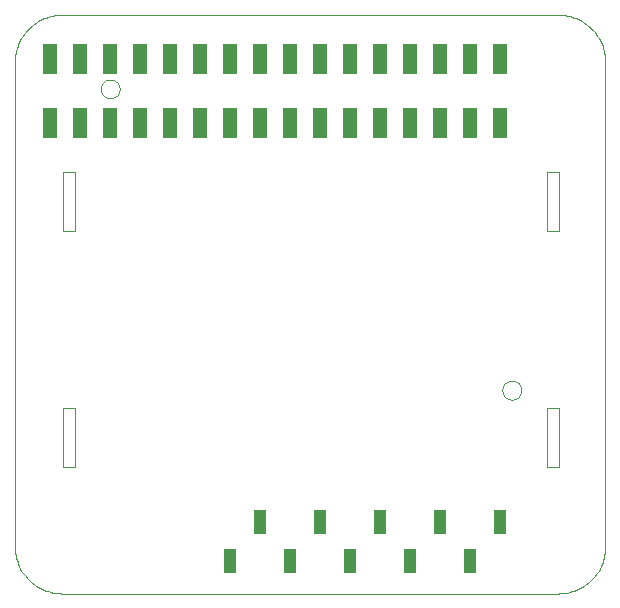
<source format=gbp>
G75*
G70*
%OFA0B0*%
%FSLAX24Y24*%
%IPPOS*%
%LPD*%
%AMOC8*
5,1,8,0,0,1.08239X$1,22.5*
%
%ADD10R,0.0394X0.0787*%
%ADD11R,0.0500X0.1000*%
%ADD12C,0.0000*%
D10*
X012607Y001600D03*
X014607Y001600D03*
X013607Y002900D03*
X015607Y002900D03*
X017607Y002900D03*
X016607Y001600D03*
X018607Y001600D03*
X020607Y001600D03*
X019607Y002900D03*
X021607Y002900D03*
D11*
X021607Y016175D03*
X020607Y016175D03*
X019607Y016175D03*
X018607Y016175D03*
X017607Y016175D03*
X016607Y016175D03*
X015607Y016175D03*
X014607Y016175D03*
X013607Y016175D03*
X012607Y016175D03*
X011607Y016175D03*
X010607Y016175D03*
X009607Y016175D03*
X008607Y016175D03*
X007607Y016175D03*
X006607Y016175D03*
X006607Y018325D03*
X007607Y018325D03*
X008607Y018325D03*
X009607Y018325D03*
X010607Y018325D03*
X011607Y018325D03*
X012607Y018325D03*
X013607Y018325D03*
X014607Y018325D03*
X015607Y018325D03*
X016607Y018325D03*
X017607Y018325D03*
X018607Y018325D03*
X019607Y018325D03*
X020607Y018325D03*
X021607Y018325D03*
D12*
X005418Y018217D02*
X005418Y002075D01*
X005420Y001998D01*
X005426Y001921D01*
X005435Y001844D01*
X005448Y001768D01*
X005465Y001692D01*
X005486Y001618D01*
X005510Y001544D01*
X005538Y001472D01*
X005569Y001402D01*
X005604Y001333D01*
X005642Y001265D01*
X005683Y001200D01*
X005728Y001137D01*
X005776Y001076D01*
X005826Y001017D01*
X005879Y000961D01*
X005935Y000908D01*
X005994Y000858D01*
X006055Y000810D01*
X006118Y000765D01*
X006183Y000724D01*
X006251Y000686D01*
X006320Y000651D01*
X006390Y000620D01*
X006462Y000592D01*
X006536Y000568D01*
X006610Y000547D01*
X006686Y000530D01*
X006762Y000517D01*
X006839Y000508D01*
X006916Y000502D01*
X006993Y000500D01*
X023528Y000500D01*
X023605Y000502D01*
X023682Y000508D01*
X023759Y000517D01*
X023835Y000530D01*
X023911Y000547D01*
X023985Y000568D01*
X024059Y000592D01*
X024131Y000620D01*
X024201Y000651D01*
X024270Y000686D01*
X024338Y000724D01*
X024403Y000765D01*
X024466Y000810D01*
X024527Y000858D01*
X024586Y000908D01*
X024642Y000961D01*
X024695Y001017D01*
X024745Y001076D01*
X024793Y001137D01*
X024838Y001200D01*
X024879Y001265D01*
X024917Y001333D01*
X024952Y001402D01*
X024983Y001472D01*
X025011Y001544D01*
X025035Y001618D01*
X025056Y001692D01*
X025073Y001768D01*
X025086Y001844D01*
X025095Y001921D01*
X025101Y001998D01*
X025103Y002075D01*
X025103Y018217D01*
X025101Y018294D01*
X025095Y018371D01*
X025086Y018448D01*
X025073Y018524D01*
X025056Y018600D01*
X025035Y018674D01*
X025011Y018748D01*
X024983Y018820D01*
X024952Y018890D01*
X024917Y018959D01*
X024879Y019027D01*
X024838Y019092D01*
X024793Y019155D01*
X024745Y019216D01*
X024695Y019275D01*
X024642Y019331D01*
X024586Y019384D01*
X024527Y019434D01*
X024466Y019482D01*
X024403Y019527D01*
X024338Y019568D01*
X024270Y019606D01*
X024201Y019641D01*
X024131Y019672D01*
X024059Y019700D01*
X023985Y019724D01*
X023911Y019745D01*
X023835Y019762D01*
X023759Y019775D01*
X023682Y019784D01*
X023605Y019790D01*
X023528Y019792D01*
X023528Y019791D02*
X006993Y019791D01*
X006993Y019792D02*
X006916Y019790D01*
X006839Y019784D01*
X006762Y019775D01*
X006686Y019762D01*
X006610Y019745D01*
X006536Y019724D01*
X006462Y019700D01*
X006390Y019672D01*
X006320Y019641D01*
X006251Y019606D01*
X006183Y019568D01*
X006118Y019527D01*
X006055Y019482D01*
X005994Y019434D01*
X005935Y019384D01*
X005879Y019331D01*
X005826Y019275D01*
X005776Y019216D01*
X005728Y019155D01*
X005683Y019092D01*
X005642Y019027D01*
X005604Y018959D01*
X005569Y018890D01*
X005538Y018820D01*
X005510Y018748D01*
X005486Y018674D01*
X005465Y018600D01*
X005448Y018524D01*
X005435Y018448D01*
X005426Y018371D01*
X005420Y018294D01*
X005418Y018217D01*
X008286Y017319D02*
X008288Y017354D01*
X008294Y017389D01*
X008304Y017423D01*
X008317Y017456D01*
X008334Y017487D01*
X008355Y017515D01*
X008378Y017542D01*
X008405Y017565D01*
X008433Y017586D01*
X008464Y017603D01*
X008497Y017616D01*
X008531Y017626D01*
X008566Y017632D01*
X008601Y017634D01*
X008636Y017632D01*
X008671Y017626D01*
X008705Y017616D01*
X008738Y017603D01*
X008769Y017586D01*
X008797Y017565D01*
X008824Y017542D01*
X008847Y017515D01*
X008868Y017487D01*
X008885Y017456D01*
X008898Y017423D01*
X008908Y017389D01*
X008914Y017354D01*
X008916Y017319D01*
X008914Y017284D01*
X008908Y017249D01*
X008898Y017215D01*
X008885Y017182D01*
X008868Y017151D01*
X008847Y017123D01*
X008824Y017096D01*
X008797Y017073D01*
X008769Y017052D01*
X008738Y017035D01*
X008705Y017022D01*
X008671Y017012D01*
X008636Y017006D01*
X008601Y017004D01*
X008566Y017006D01*
X008531Y017012D01*
X008497Y017022D01*
X008464Y017035D01*
X008433Y017052D01*
X008405Y017073D01*
X008378Y017096D01*
X008355Y017123D01*
X008334Y017151D01*
X008317Y017182D01*
X008304Y017215D01*
X008294Y017249D01*
X008288Y017284D01*
X008286Y017319D01*
X007420Y014563D02*
X007026Y014563D01*
X007026Y012594D01*
X007420Y012594D01*
X007420Y014563D01*
X007420Y006689D02*
X007026Y006689D01*
X007026Y004720D01*
X007420Y004720D01*
X007420Y006689D01*
X021672Y007280D02*
X021674Y007315D01*
X021680Y007350D01*
X021690Y007384D01*
X021703Y007417D01*
X021720Y007448D01*
X021741Y007476D01*
X021764Y007503D01*
X021791Y007526D01*
X021819Y007547D01*
X021850Y007564D01*
X021883Y007577D01*
X021917Y007587D01*
X021952Y007593D01*
X021987Y007595D01*
X022022Y007593D01*
X022057Y007587D01*
X022091Y007577D01*
X022124Y007564D01*
X022155Y007547D01*
X022183Y007526D01*
X022210Y007503D01*
X022233Y007476D01*
X022254Y007448D01*
X022271Y007417D01*
X022284Y007384D01*
X022294Y007350D01*
X022300Y007315D01*
X022302Y007280D01*
X022300Y007245D01*
X022294Y007210D01*
X022284Y007176D01*
X022271Y007143D01*
X022254Y007112D01*
X022233Y007084D01*
X022210Y007057D01*
X022183Y007034D01*
X022155Y007013D01*
X022124Y006996D01*
X022091Y006983D01*
X022057Y006973D01*
X022022Y006967D01*
X021987Y006965D01*
X021952Y006967D01*
X021917Y006973D01*
X021883Y006983D01*
X021850Y006996D01*
X021819Y007013D01*
X021791Y007034D01*
X021764Y007057D01*
X021741Y007084D01*
X021720Y007112D01*
X021703Y007143D01*
X021690Y007176D01*
X021680Y007210D01*
X021674Y007245D01*
X021672Y007280D01*
X023168Y006689D02*
X023168Y004720D01*
X023562Y004720D01*
X023562Y006689D01*
X023168Y006689D01*
X023168Y012594D02*
X023168Y014563D01*
X023562Y014563D01*
X023562Y012594D01*
X023168Y012594D01*
M02*

</source>
